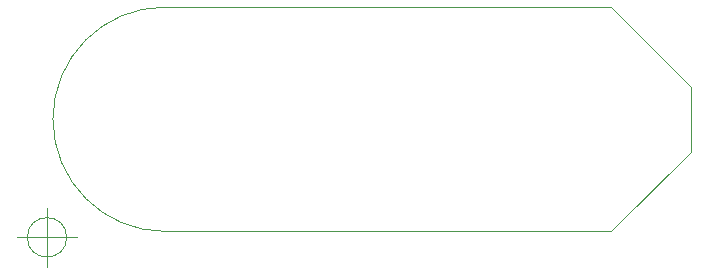
<source format=gbr>
G04 #@! TF.FileFunction,Profile,NP*
%FSLAX46Y46*%
G04 Gerber Fmt 4.6, Leading zero omitted, Abs format (unit mm)*
G04 Created by KiCad (PCBNEW 4.0.7-e2-6376~58~ubuntu14.04.1) date Wed Aug  8 15:05:30 2018*
%MOMM*%
%LPD*%
G01*
G04 APERTURE LIST*
%ADD10C,0.100000*%
G04 APERTURE END LIST*
D10*
X91666666Y-91000000D02*
G75*
G03X91666666Y-91000000I-1666666J0D01*
G01*
X87500000Y-91000000D02*
X92500000Y-91000000D01*
X90000000Y-88500000D02*
X90000000Y-93500000D01*
X137750000Y-90500000D02*
X138000000Y-90250000D01*
X100000000Y-90500000D02*
X137750000Y-90500000D01*
X144500000Y-83750000D02*
X138000000Y-90250000D01*
X144500000Y-78250000D02*
X144500000Y-83750000D01*
X137750000Y-71500000D02*
X144500000Y-78250000D01*
X100000000Y-71500000D02*
X137750000Y-71500000D01*
X100000000Y-71500000D02*
G75*
G03X100000000Y-90500000I0J-9500000D01*
G01*
M02*

</source>
